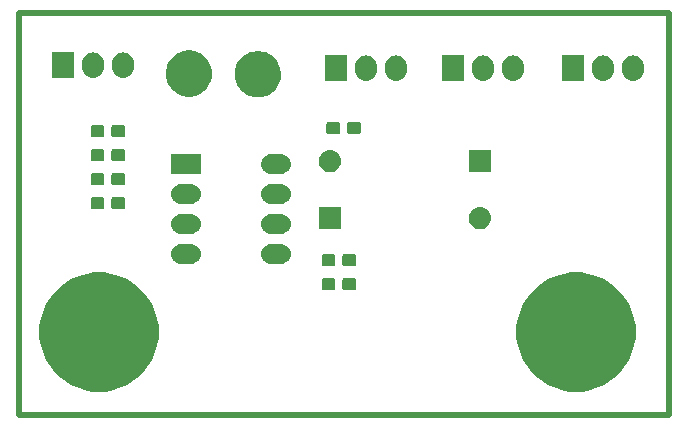
<source format=gbr>
%TF.GenerationSoftware,KiCad,Pcbnew,5.0.2-bee76a0~70~ubuntu18.04.1*%
%TF.CreationDate,2019-07-21T13:21:52-06:00*%
%TF.ProjectId,MX+ Distortion Pedal,4d582b20-4469-4737-946f-7274696f6e20,rev?*%
%TF.SameCoordinates,Original*%
%TF.FileFunction,Soldermask,Top*%
%TF.FilePolarity,Negative*%
%FSLAX46Y46*%
G04 Gerber Fmt 4.6, Leading zero omitted, Abs format (unit mm)*
G04 Created by KiCad (PCBNEW 5.0.2-bee76a0~70~ubuntu18.04.1) date Sun 21 Jul 2019 01:21:52 PM MDT*
%MOMM*%
%LPD*%
G01*
G04 APERTURE LIST*
%ADD10C,0.500000*%
%ADD11C,0.100000*%
G04 APERTURE END LIST*
D10*
X40000000Y-70000000D02*
X95000000Y-70000000D01*
X95000000Y-36000000D02*
X95000000Y-70000000D01*
X40000000Y-36000000D02*
X40000000Y-70000000D01*
X40000000Y-36000000D02*
X95000000Y-36000000D01*
D11*
G36*
X88107401Y-58038054D02*
X88595322Y-58135107D01*
X89514546Y-58515862D01*
X90341825Y-59068632D01*
X91045368Y-59772175D01*
X91598138Y-60599454D01*
X91978893Y-61518678D01*
X92173000Y-62494520D01*
X92173000Y-63489480D01*
X91978893Y-64465322D01*
X91598138Y-65384546D01*
X91045368Y-66211825D01*
X90341825Y-66915368D01*
X89514546Y-67468138D01*
X88595322Y-67848893D01*
X88107401Y-67945947D01*
X87619481Y-68043000D01*
X86624519Y-68043000D01*
X86136599Y-67945947D01*
X85648678Y-67848893D01*
X84729454Y-67468138D01*
X83902175Y-66915368D01*
X83198632Y-66211825D01*
X82645862Y-65384546D01*
X82265107Y-64465322D01*
X82071000Y-63489480D01*
X82071000Y-62494520D01*
X82265107Y-61518678D01*
X82645862Y-60599454D01*
X83198632Y-59772175D01*
X83902175Y-59068632D01*
X84729454Y-58515862D01*
X85648678Y-58135107D01*
X86136599Y-58038054D01*
X86624519Y-57941000D01*
X87619481Y-57941000D01*
X88107401Y-58038054D01*
X88107401Y-58038054D01*
G37*
G36*
X47721401Y-58038054D02*
X48209322Y-58135107D01*
X49128546Y-58515862D01*
X49955825Y-59068632D01*
X50659368Y-59772175D01*
X51212138Y-60599454D01*
X51592893Y-61518678D01*
X51787000Y-62494520D01*
X51787000Y-63489480D01*
X51592893Y-64465322D01*
X51212138Y-65384546D01*
X50659368Y-66211825D01*
X49955825Y-66915368D01*
X49128546Y-67468138D01*
X48209322Y-67848893D01*
X47721401Y-67945947D01*
X47233481Y-68043000D01*
X46238519Y-68043000D01*
X45750599Y-67945947D01*
X45262678Y-67848893D01*
X44343454Y-67468138D01*
X43516175Y-66915368D01*
X42812632Y-66211825D01*
X42259862Y-65384546D01*
X41879107Y-64465322D01*
X41685000Y-63489480D01*
X41685000Y-62494520D01*
X41879107Y-61518678D01*
X42259862Y-60599454D01*
X42812632Y-59772175D01*
X43516175Y-59068632D01*
X44343454Y-58515862D01*
X45262678Y-58135107D01*
X45750599Y-58038054D01*
X46238519Y-57941000D01*
X47233481Y-57941000D01*
X47721401Y-58038054D01*
X47721401Y-58038054D01*
G37*
G36*
X68345499Y-58406445D02*
X68382993Y-58417819D01*
X68417557Y-58436294D01*
X68447847Y-58461153D01*
X68472706Y-58491443D01*
X68491181Y-58526007D01*
X68502555Y-58563501D01*
X68507000Y-58608638D01*
X68507000Y-59247362D01*
X68502555Y-59292499D01*
X68491181Y-59329993D01*
X68472706Y-59364557D01*
X68447847Y-59394847D01*
X68417557Y-59419706D01*
X68382993Y-59438181D01*
X68345499Y-59449555D01*
X68300362Y-59454000D01*
X67561638Y-59454000D01*
X67516501Y-59449555D01*
X67479007Y-59438181D01*
X67444443Y-59419706D01*
X67414153Y-59394847D01*
X67389294Y-59364557D01*
X67370819Y-59329993D01*
X67359445Y-59292499D01*
X67355000Y-59247362D01*
X67355000Y-58608638D01*
X67359445Y-58563501D01*
X67370819Y-58526007D01*
X67389294Y-58491443D01*
X67414153Y-58461153D01*
X67444443Y-58436294D01*
X67479007Y-58417819D01*
X67516501Y-58406445D01*
X67561638Y-58402000D01*
X68300362Y-58402000D01*
X68345499Y-58406445D01*
X68345499Y-58406445D01*
G37*
G36*
X66595499Y-58406445D02*
X66632993Y-58417819D01*
X66667557Y-58436294D01*
X66697847Y-58461153D01*
X66722706Y-58491443D01*
X66741181Y-58526007D01*
X66752555Y-58563501D01*
X66757000Y-58608638D01*
X66757000Y-59247362D01*
X66752555Y-59292499D01*
X66741181Y-59329993D01*
X66722706Y-59364557D01*
X66697847Y-59394847D01*
X66667557Y-59419706D01*
X66632993Y-59438181D01*
X66595499Y-59449555D01*
X66550362Y-59454000D01*
X65811638Y-59454000D01*
X65766501Y-59449555D01*
X65729007Y-59438181D01*
X65694443Y-59419706D01*
X65664153Y-59394847D01*
X65639294Y-59364557D01*
X65620819Y-59329993D01*
X65609445Y-59292499D01*
X65605000Y-59247362D01*
X65605000Y-58608638D01*
X65609445Y-58563501D01*
X65620819Y-58526007D01*
X65639294Y-58491443D01*
X65664153Y-58461153D01*
X65694443Y-58436294D01*
X65729007Y-58417819D01*
X65766501Y-58406445D01*
X65811638Y-58402000D01*
X66550362Y-58402000D01*
X66595499Y-58406445D01*
X66595499Y-58406445D01*
G37*
G36*
X68345499Y-56374445D02*
X68382993Y-56385819D01*
X68417557Y-56404294D01*
X68447847Y-56429153D01*
X68472706Y-56459443D01*
X68491181Y-56494007D01*
X68502555Y-56531501D01*
X68507000Y-56576638D01*
X68507000Y-57215362D01*
X68502555Y-57260499D01*
X68491181Y-57297993D01*
X68472706Y-57332557D01*
X68447847Y-57362847D01*
X68417557Y-57387706D01*
X68382993Y-57406181D01*
X68345499Y-57417555D01*
X68300362Y-57422000D01*
X67561638Y-57422000D01*
X67516501Y-57417555D01*
X67479007Y-57406181D01*
X67444443Y-57387706D01*
X67414153Y-57362847D01*
X67389294Y-57332557D01*
X67370819Y-57297993D01*
X67359445Y-57260499D01*
X67355000Y-57215362D01*
X67355000Y-56576638D01*
X67359445Y-56531501D01*
X67370819Y-56494007D01*
X67389294Y-56459443D01*
X67414153Y-56429153D01*
X67444443Y-56404294D01*
X67479007Y-56385819D01*
X67516501Y-56374445D01*
X67561638Y-56370000D01*
X68300362Y-56370000D01*
X68345499Y-56374445D01*
X68345499Y-56374445D01*
G37*
G36*
X66595499Y-56374445D02*
X66632993Y-56385819D01*
X66667557Y-56404294D01*
X66697847Y-56429153D01*
X66722706Y-56459443D01*
X66741181Y-56494007D01*
X66752555Y-56531501D01*
X66757000Y-56576638D01*
X66757000Y-57215362D01*
X66752555Y-57260499D01*
X66741181Y-57297993D01*
X66722706Y-57332557D01*
X66697847Y-57362847D01*
X66667557Y-57387706D01*
X66632993Y-57406181D01*
X66595499Y-57417555D01*
X66550362Y-57422000D01*
X65811638Y-57422000D01*
X65766501Y-57417555D01*
X65729007Y-57406181D01*
X65694443Y-57387706D01*
X65664153Y-57362847D01*
X65639294Y-57332557D01*
X65620819Y-57297993D01*
X65609445Y-57260499D01*
X65605000Y-57215362D01*
X65605000Y-56576638D01*
X65609445Y-56531501D01*
X65620819Y-56494007D01*
X65639294Y-56459443D01*
X65664153Y-56429153D01*
X65694443Y-56404294D01*
X65729007Y-56385819D01*
X65766501Y-56374445D01*
X65811638Y-56370000D01*
X66550362Y-56370000D01*
X66595499Y-56374445D01*
X66595499Y-56374445D01*
G37*
G36*
X54668821Y-55549313D02*
X54668824Y-55549314D01*
X54668825Y-55549314D01*
X54829239Y-55597975D01*
X54829241Y-55597976D01*
X54829244Y-55597977D01*
X54977078Y-55676995D01*
X55106659Y-55783341D01*
X55213005Y-55912922D01*
X55292023Y-56060756D01*
X55340687Y-56221179D01*
X55357117Y-56388000D01*
X55340687Y-56554821D01*
X55292023Y-56715244D01*
X55213005Y-56863078D01*
X55106659Y-56992659D01*
X54977078Y-57099005D01*
X54829244Y-57178023D01*
X54829241Y-57178024D01*
X54829239Y-57178025D01*
X54668825Y-57226686D01*
X54668824Y-57226686D01*
X54668821Y-57226687D01*
X54543804Y-57239000D01*
X53660196Y-57239000D01*
X53535179Y-57226687D01*
X53535176Y-57226686D01*
X53535175Y-57226686D01*
X53374761Y-57178025D01*
X53374759Y-57178024D01*
X53374756Y-57178023D01*
X53226922Y-57099005D01*
X53097341Y-56992659D01*
X52990995Y-56863078D01*
X52911977Y-56715244D01*
X52863313Y-56554821D01*
X52846883Y-56388000D01*
X52863313Y-56221179D01*
X52911977Y-56060756D01*
X52990995Y-55912922D01*
X53097341Y-55783341D01*
X53226922Y-55676995D01*
X53374756Y-55597977D01*
X53374759Y-55597976D01*
X53374761Y-55597975D01*
X53535175Y-55549314D01*
X53535176Y-55549314D01*
X53535179Y-55549313D01*
X53660196Y-55537000D01*
X54543804Y-55537000D01*
X54668821Y-55549313D01*
X54668821Y-55549313D01*
G37*
G36*
X62288821Y-55549313D02*
X62288824Y-55549314D01*
X62288825Y-55549314D01*
X62449239Y-55597975D01*
X62449241Y-55597976D01*
X62449244Y-55597977D01*
X62597078Y-55676995D01*
X62726659Y-55783341D01*
X62833005Y-55912922D01*
X62912023Y-56060756D01*
X62960687Y-56221179D01*
X62977117Y-56388000D01*
X62960687Y-56554821D01*
X62912023Y-56715244D01*
X62833005Y-56863078D01*
X62726659Y-56992659D01*
X62597078Y-57099005D01*
X62449244Y-57178023D01*
X62449241Y-57178024D01*
X62449239Y-57178025D01*
X62288825Y-57226686D01*
X62288824Y-57226686D01*
X62288821Y-57226687D01*
X62163804Y-57239000D01*
X61280196Y-57239000D01*
X61155179Y-57226687D01*
X61155176Y-57226686D01*
X61155175Y-57226686D01*
X60994761Y-57178025D01*
X60994759Y-57178024D01*
X60994756Y-57178023D01*
X60846922Y-57099005D01*
X60717341Y-56992659D01*
X60610995Y-56863078D01*
X60531977Y-56715244D01*
X60483313Y-56554821D01*
X60466883Y-56388000D01*
X60483313Y-56221179D01*
X60531977Y-56060756D01*
X60610995Y-55912922D01*
X60717341Y-55783341D01*
X60846922Y-55676995D01*
X60994756Y-55597977D01*
X60994759Y-55597976D01*
X60994761Y-55597975D01*
X61155175Y-55549314D01*
X61155176Y-55549314D01*
X61155179Y-55549313D01*
X61280196Y-55537000D01*
X62163804Y-55537000D01*
X62288821Y-55549313D01*
X62288821Y-55549313D01*
G37*
G36*
X62288821Y-53009313D02*
X62288824Y-53009314D01*
X62288825Y-53009314D01*
X62449239Y-53057975D01*
X62449241Y-53057976D01*
X62449244Y-53057977D01*
X62597078Y-53136995D01*
X62726659Y-53243341D01*
X62833005Y-53372922D01*
X62912023Y-53520756D01*
X62960687Y-53681179D01*
X62977117Y-53848000D01*
X62960687Y-54014821D01*
X62912023Y-54175244D01*
X62833005Y-54323078D01*
X62726659Y-54452659D01*
X62597078Y-54559005D01*
X62449244Y-54638023D01*
X62449241Y-54638024D01*
X62449239Y-54638025D01*
X62288825Y-54686686D01*
X62288824Y-54686686D01*
X62288821Y-54686687D01*
X62163804Y-54699000D01*
X61280196Y-54699000D01*
X61155179Y-54686687D01*
X61155176Y-54686686D01*
X61155175Y-54686686D01*
X60994761Y-54638025D01*
X60994759Y-54638024D01*
X60994756Y-54638023D01*
X60846922Y-54559005D01*
X60717341Y-54452659D01*
X60610995Y-54323078D01*
X60531977Y-54175244D01*
X60483313Y-54014821D01*
X60466883Y-53848000D01*
X60483313Y-53681179D01*
X60531977Y-53520756D01*
X60610995Y-53372922D01*
X60717341Y-53243341D01*
X60846922Y-53136995D01*
X60994756Y-53057977D01*
X60994759Y-53057976D01*
X60994761Y-53057975D01*
X61155175Y-53009314D01*
X61155176Y-53009314D01*
X61155179Y-53009313D01*
X61280196Y-52997000D01*
X62163804Y-52997000D01*
X62288821Y-53009313D01*
X62288821Y-53009313D01*
G37*
G36*
X54668821Y-53009313D02*
X54668824Y-53009314D01*
X54668825Y-53009314D01*
X54829239Y-53057975D01*
X54829241Y-53057976D01*
X54829244Y-53057977D01*
X54977078Y-53136995D01*
X55106659Y-53243341D01*
X55213005Y-53372922D01*
X55292023Y-53520756D01*
X55340687Y-53681179D01*
X55357117Y-53848000D01*
X55340687Y-54014821D01*
X55292023Y-54175244D01*
X55213005Y-54323078D01*
X55106659Y-54452659D01*
X54977078Y-54559005D01*
X54829244Y-54638023D01*
X54829241Y-54638024D01*
X54829239Y-54638025D01*
X54668825Y-54686686D01*
X54668824Y-54686686D01*
X54668821Y-54686687D01*
X54543804Y-54699000D01*
X53660196Y-54699000D01*
X53535179Y-54686687D01*
X53535176Y-54686686D01*
X53535175Y-54686686D01*
X53374761Y-54638025D01*
X53374759Y-54638024D01*
X53374756Y-54638023D01*
X53226922Y-54559005D01*
X53097341Y-54452659D01*
X52990995Y-54323078D01*
X52911977Y-54175244D01*
X52863313Y-54014821D01*
X52846883Y-53848000D01*
X52863313Y-53681179D01*
X52911977Y-53520756D01*
X52990995Y-53372922D01*
X53097341Y-53243341D01*
X53226922Y-53136995D01*
X53374756Y-53057977D01*
X53374759Y-53057976D01*
X53374761Y-53057975D01*
X53535175Y-53009314D01*
X53535176Y-53009314D01*
X53535179Y-53009313D01*
X53660196Y-52997000D01*
X54543804Y-52997000D01*
X54668821Y-53009313D01*
X54668821Y-53009313D01*
G37*
G36*
X79180425Y-52402760D02*
X79180428Y-52402761D01*
X79180429Y-52402761D01*
X79359693Y-52457140D01*
X79359695Y-52457141D01*
X79524905Y-52545448D01*
X79669712Y-52664288D01*
X79788552Y-52809095D01*
X79788553Y-52809097D01*
X79876860Y-52974307D01*
X79887479Y-53009313D01*
X79931240Y-53153575D01*
X79949601Y-53340000D01*
X79931240Y-53526425D01*
X79876859Y-53705695D01*
X79788552Y-53870905D01*
X79669712Y-54015712D01*
X79524905Y-54134552D01*
X79524903Y-54134553D01*
X79359693Y-54222860D01*
X79180429Y-54277239D01*
X79180428Y-54277239D01*
X79180425Y-54277240D01*
X79040718Y-54291000D01*
X78947282Y-54291000D01*
X78807575Y-54277240D01*
X78807572Y-54277239D01*
X78807571Y-54277239D01*
X78628307Y-54222860D01*
X78463097Y-54134553D01*
X78463095Y-54134552D01*
X78318288Y-54015712D01*
X78199448Y-53870905D01*
X78111141Y-53705695D01*
X78056760Y-53526425D01*
X78038399Y-53340000D01*
X78056760Y-53153575D01*
X78100521Y-53009313D01*
X78111140Y-52974307D01*
X78199447Y-52809097D01*
X78199448Y-52809095D01*
X78318288Y-52664288D01*
X78463095Y-52545448D01*
X78628305Y-52457141D01*
X78628307Y-52457140D01*
X78807571Y-52402761D01*
X78807572Y-52402761D01*
X78807575Y-52402760D01*
X78947282Y-52389000D01*
X79040718Y-52389000D01*
X79180425Y-52402760D01*
X79180425Y-52402760D01*
G37*
G36*
X67245000Y-54291000D02*
X65343000Y-54291000D01*
X65343000Y-52389000D01*
X67245000Y-52389000D01*
X67245000Y-54291000D01*
X67245000Y-54291000D01*
G37*
G36*
X48787499Y-51548445D02*
X48824993Y-51559819D01*
X48859557Y-51578294D01*
X48889847Y-51603153D01*
X48914706Y-51633443D01*
X48933181Y-51668007D01*
X48944555Y-51705501D01*
X48949000Y-51750638D01*
X48949000Y-52389362D01*
X48944555Y-52434499D01*
X48933181Y-52471993D01*
X48914706Y-52506557D01*
X48889847Y-52536847D01*
X48859557Y-52561706D01*
X48824993Y-52580181D01*
X48787499Y-52591555D01*
X48742362Y-52596000D01*
X48003638Y-52596000D01*
X47958501Y-52591555D01*
X47921007Y-52580181D01*
X47886443Y-52561706D01*
X47856153Y-52536847D01*
X47831294Y-52506557D01*
X47812819Y-52471993D01*
X47801445Y-52434499D01*
X47797000Y-52389362D01*
X47797000Y-51750638D01*
X47801445Y-51705501D01*
X47812819Y-51668007D01*
X47831294Y-51633443D01*
X47856153Y-51603153D01*
X47886443Y-51578294D01*
X47921007Y-51559819D01*
X47958501Y-51548445D01*
X48003638Y-51544000D01*
X48742362Y-51544000D01*
X48787499Y-51548445D01*
X48787499Y-51548445D01*
G37*
G36*
X47037499Y-51548445D02*
X47074993Y-51559819D01*
X47109557Y-51578294D01*
X47139847Y-51603153D01*
X47164706Y-51633443D01*
X47183181Y-51668007D01*
X47194555Y-51705501D01*
X47199000Y-51750638D01*
X47199000Y-52389362D01*
X47194555Y-52434499D01*
X47183181Y-52471993D01*
X47164706Y-52506557D01*
X47139847Y-52536847D01*
X47109557Y-52561706D01*
X47074993Y-52580181D01*
X47037499Y-52591555D01*
X46992362Y-52596000D01*
X46253638Y-52596000D01*
X46208501Y-52591555D01*
X46171007Y-52580181D01*
X46136443Y-52561706D01*
X46106153Y-52536847D01*
X46081294Y-52506557D01*
X46062819Y-52471993D01*
X46051445Y-52434499D01*
X46047000Y-52389362D01*
X46047000Y-51750638D01*
X46051445Y-51705501D01*
X46062819Y-51668007D01*
X46081294Y-51633443D01*
X46106153Y-51603153D01*
X46136443Y-51578294D01*
X46171007Y-51559819D01*
X46208501Y-51548445D01*
X46253638Y-51544000D01*
X46992362Y-51544000D01*
X47037499Y-51548445D01*
X47037499Y-51548445D01*
G37*
G36*
X54668821Y-50469313D02*
X54668824Y-50469314D01*
X54668825Y-50469314D01*
X54829239Y-50517975D01*
X54829241Y-50517976D01*
X54829244Y-50517977D01*
X54977078Y-50596995D01*
X55106659Y-50703341D01*
X55213005Y-50832922D01*
X55292023Y-50980756D01*
X55340687Y-51141179D01*
X55357117Y-51308000D01*
X55340687Y-51474821D01*
X55340686Y-51474824D01*
X55340686Y-51474825D01*
X55292570Y-51633443D01*
X55292023Y-51635244D01*
X55213005Y-51783078D01*
X55106659Y-51912659D01*
X54977078Y-52019005D01*
X54829244Y-52098023D01*
X54829241Y-52098024D01*
X54829239Y-52098025D01*
X54668825Y-52146686D01*
X54668824Y-52146686D01*
X54668821Y-52146687D01*
X54543804Y-52159000D01*
X53660196Y-52159000D01*
X53535179Y-52146687D01*
X53535176Y-52146686D01*
X53535175Y-52146686D01*
X53374761Y-52098025D01*
X53374759Y-52098024D01*
X53374756Y-52098023D01*
X53226922Y-52019005D01*
X53097341Y-51912659D01*
X52990995Y-51783078D01*
X52911977Y-51635244D01*
X52911431Y-51633443D01*
X52863314Y-51474825D01*
X52863314Y-51474824D01*
X52863313Y-51474821D01*
X52846883Y-51308000D01*
X52863313Y-51141179D01*
X52911977Y-50980756D01*
X52990995Y-50832922D01*
X53097341Y-50703341D01*
X53226922Y-50596995D01*
X53374756Y-50517977D01*
X53374759Y-50517976D01*
X53374761Y-50517975D01*
X53535175Y-50469314D01*
X53535176Y-50469314D01*
X53535179Y-50469313D01*
X53660196Y-50457000D01*
X54543804Y-50457000D01*
X54668821Y-50469313D01*
X54668821Y-50469313D01*
G37*
G36*
X62288821Y-50469313D02*
X62288824Y-50469314D01*
X62288825Y-50469314D01*
X62449239Y-50517975D01*
X62449241Y-50517976D01*
X62449244Y-50517977D01*
X62597078Y-50596995D01*
X62726659Y-50703341D01*
X62833005Y-50832922D01*
X62912023Y-50980756D01*
X62960687Y-51141179D01*
X62977117Y-51308000D01*
X62960687Y-51474821D01*
X62960686Y-51474824D01*
X62960686Y-51474825D01*
X62912570Y-51633443D01*
X62912023Y-51635244D01*
X62833005Y-51783078D01*
X62726659Y-51912659D01*
X62597078Y-52019005D01*
X62449244Y-52098023D01*
X62449241Y-52098024D01*
X62449239Y-52098025D01*
X62288825Y-52146686D01*
X62288824Y-52146686D01*
X62288821Y-52146687D01*
X62163804Y-52159000D01*
X61280196Y-52159000D01*
X61155179Y-52146687D01*
X61155176Y-52146686D01*
X61155175Y-52146686D01*
X60994761Y-52098025D01*
X60994759Y-52098024D01*
X60994756Y-52098023D01*
X60846922Y-52019005D01*
X60717341Y-51912659D01*
X60610995Y-51783078D01*
X60531977Y-51635244D01*
X60531431Y-51633443D01*
X60483314Y-51474825D01*
X60483314Y-51474824D01*
X60483313Y-51474821D01*
X60466883Y-51308000D01*
X60483313Y-51141179D01*
X60531977Y-50980756D01*
X60610995Y-50832922D01*
X60717341Y-50703341D01*
X60846922Y-50596995D01*
X60994756Y-50517977D01*
X60994759Y-50517976D01*
X60994761Y-50517975D01*
X61155175Y-50469314D01*
X61155176Y-50469314D01*
X61155179Y-50469313D01*
X61280196Y-50457000D01*
X62163804Y-50457000D01*
X62288821Y-50469313D01*
X62288821Y-50469313D01*
G37*
G36*
X47037499Y-49516445D02*
X47074993Y-49527819D01*
X47109557Y-49546294D01*
X47139847Y-49571153D01*
X47164706Y-49601443D01*
X47183181Y-49636007D01*
X47194555Y-49673501D01*
X47199000Y-49718638D01*
X47199000Y-50357362D01*
X47194555Y-50402499D01*
X47183181Y-50439993D01*
X47164706Y-50474557D01*
X47139847Y-50504847D01*
X47109557Y-50529706D01*
X47074993Y-50548181D01*
X47037499Y-50559555D01*
X46992362Y-50564000D01*
X46253638Y-50564000D01*
X46208501Y-50559555D01*
X46171007Y-50548181D01*
X46136443Y-50529706D01*
X46106153Y-50504847D01*
X46081294Y-50474557D01*
X46062819Y-50439993D01*
X46051445Y-50402499D01*
X46047000Y-50357362D01*
X46047000Y-49718638D01*
X46051445Y-49673501D01*
X46062819Y-49636007D01*
X46081294Y-49601443D01*
X46106153Y-49571153D01*
X46136443Y-49546294D01*
X46171007Y-49527819D01*
X46208501Y-49516445D01*
X46253638Y-49512000D01*
X46992362Y-49512000D01*
X47037499Y-49516445D01*
X47037499Y-49516445D01*
G37*
G36*
X48787499Y-49516445D02*
X48824993Y-49527819D01*
X48859557Y-49546294D01*
X48889847Y-49571153D01*
X48914706Y-49601443D01*
X48933181Y-49636007D01*
X48944555Y-49673501D01*
X48949000Y-49718638D01*
X48949000Y-50357362D01*
X48944555Y-50402499D01*
X48933181Y-50439993D01*
X48914706Y-50474557D01*
X48889847Y-50504847D01*
X48859557Y-50529706D01*
X48824993Y-50548181D01*
X48787499Y-50559555D01*
X48742362Y-50564000D01*
X48003638Y-50564000D01*
X47958501Y-50559555D01*
X47921007Y-50548181D01*
X47886443Y-50529706D01*
X47856153Y-50504847D01*
X47831294Y-50474557D01*
X47812819Y-50439993D01*
X47801445Y-50402499D01*
X47797000Y-50357362D01*
X47797000Y-49718638D01*
X47801445Y-49673501D01*
X47812819Y-49636007D01*
X47831294Y-49601443D01*
X47856153Y-49571153D01*
X47886443Y-49546294D01*
X47921007Y-49527819D01*
X47958501Y-49516445D01*
X48003638Y-49512000D01*
X48742362Y-49512000D01*
X48787499Y-49516445D01*
X48787499Y-49516445D01*
G37*
G36*
X55353000Y-49619000D02*
X52851000Y-49619000D01*
X52851000Y-47917000D01*
X55353000Y-47917000D01*
X55353000Y-49619000D01*
X55353000Y-49619000D01*
G37*
G36*
X62288821Y-47929313D02*
X62288824Y-47929314D01*
X62288825Y-47929314D01*
X62449239Y-47977975D01*
X62449241Y-47977976D01*
X62449244Y-47977977D01*
X62597078Y-48056995D01*
X62726659Y-48163341D01*
X62833005Y-48292922D01*
X62912023Y-48440756D01*
X62912024Y-48440759D01*
X62912025Y-48440761D01*
X62939702Y-48532000D01*
X62960687Y-48601179D01*
X62977117Y-48768000D01*
X62960687Y-48934821D01*
X62960686Y-48934824D01*
X62960686Y-48934825D01*
X62927294Y-49044905D01*
X62912023Y-49095244D01*
X62833005Y-49243078D01*
X62726659Y-49372659D01*
X62597078Y-49479005D01*
X62449244Y-49558023D01*
X62449241Y-49558024D01*
X62449239Y-49558025D01*
X62288825Y-49606686D01*
X62288824Y-49606686D01*
X62288821Y-49606687D01*
X62163804Y-49619000D01*
X61280196Y-49619000D01*
X61155179Y-49606687D01*
X61155176Y-49606686D01*
X61155175Y-49606686D01*
X60994761Y-49558025D01*
X60994759Y-49558024D01*
X60994756Y-49558023D01*
X60846922Y-49479005D01*
X60717341Y-49372659D01*
X60610995Y-49243078D01*
X60531977Y-49095244D01*
X60516707Y-49044905D01*
X60483314Y-48934825D01*
X60483314Y-48934824D01*
X60483313Y-48934821D01*
X60466883Y-48768000D01*
X60483313Y-48601179D01*
X60504298Y-48532000D01*
X60531975Y-48440761D01*
X60531976Y-48440759D01*
X60531977Y-48440756D01*
X60610995Y-48292922D01*
X60717341Y-48163341D01*
X60846922Y-48056995D01*
X60994756Y-47977977D01*
X60994759Y-47977976D01*
X60994761Y-47977975D01*
X61155175Y-47929314D01*
X61155176Y-47929314D01*
X61155179Y-47929313D01*
X61280196Y-47917000D01*
X62163804Y-47917000D01*
X62288821Y-47929313D01*
X62288821Y-47929313D01*
G37*
G36*
X79945000Y-49465000D02*
X78043000Y-49465000D01*
X78043000Y-47563000D01*
X79945000Y-47563000D01*
X79945000Y-49465000D01*
X79945000Y-49465000D01*
G37*
G36*
X66480425Y-47576760D02*
X66480428Y-47576761D01*
X66480429Y-47576761D01*
X66659693Y-47631140D01*
X66659695Y-47631141D01*
X66824905Y-47719448D01*
X66969712Y-47838288D01*
X67088552Y-47983095D01*
X67128053Y-48056996D01*
X67176860Y-48148307D01*
X67220728Y-48292922D01*
X67231240Y-48327575D01*
X67249601Y-48514000D01*
X67231240Y-48700425D01*
X67231239Y-48700428D01*
X67231239Y-48700429D01*
X67210742Y-48768000D01*
X67176859Y-48879695D01*
X67088552Y-49044905D01*
X66969712Y-49189712D01*
X66824905Y-49308552D01*
X66824903Y-49308553D01*
X66659693Y-49396860D01*
X66480429Y-49451239D01*
X66480428Y-49451239D01*
X66480425Y-49451240D01*
X66340718Y-49465000D01*
X66247282Y-49465000D01*
X66107575Y-49451240D01*
X66107572Y-49451239D01*
X66107571Y-49451239D01*
X65928307Y-49396860D01*
X65763097Y-49308553D01*
X65763095Y-49308552D01*
X65618288Y-49189712D01*
X65499448Y-49044905D01*
X65411141Y-48879695D01*
X65377259Y-48768000D01*
X65356761Y-48700429D01*
X65356761Y-48700428D01*
X65356760Y-48700425D01*
X65338399Y-48514000D01*
X65356760Y-48327575D01*
X65367272Y-48292922D01*
X65411140Y-48148307D01*
X65459947Y-48056996D01*
X65499448Y-47983095D01*
X65618288Y-47838288D01*
X65763095Y-47719448D01*
X65928305Y-47631141D01*
X65928307Y-47631140D01*
X66107571Y-47576761D01*
X66107572Y-47576761D01*
X66107575Y-47576760D01*
X66247282Y-47563000D01*
X66340718Y-47563000D01*
X66480425Y-47576760D01*
X66480425Y-47576760D01*
G37*
G36*
X48787499Y-47484445D02*
X48824993Y-47495819D01*
X48859557Y-47514294D01*
X48889847Y-47539153D01*
X48914706Y-47569443D01*
X48933181Y-47604007D01*
X48944555Y-47641501D01*
X48949000Y-47686638D01*
X48949000Y-48325362D01*
X48944555Y-48370499D01*
X48933181Y-48407993D01*
X48914706Y-48442557D01*
X48889847Y-48472847D01*
X48859557Y-48497706D01*
X48824993Y-48516181D01*
X48787499Y-48527555D01*
X48742362Y-48532000D01*
X48003638Y-48532000D01*
X47958501Y-48527555D01*
X47921007Y-48516181D01*
X47886443Y-48497706D01*
X47856153Y-48472847D01*
X47831294Y-48442557D01*
X47812819Y-48407993D01*
X47801445Y-48370499D01*
X47797000Y-48325362D01*
X47797000Y-47686638D01*
X47801445Y-47641501D01*
X47812819Y-47604007D01*
X47831294Y-47569443D01*
X47856153Y-47539153D01*
X47886443Y-47514294D01*
X47921007Y-47495819D01*
X47958501Y-47484445D01*
X48003638Y-47480000D01*
X48742362Y-47480000D01*
X48787499Y-47484445D01*
X48787499Y-47484445D01*
G37*
G36*
X47037499Y-47484445D02*
X47074993Y-47495819D01*
X47109557Y-47514294D01*
X47139847Y-47539153D01*
X47164706Y-47569443D01*
X47183181Y-47604007D01*
X47194555Y-47641501D01*
X47199000Y-47686638D01*
X47199000Y-48325362D01*
X47194555Y-48370499D01*
X47183181Y-48407993D01*
X47164706Y-48442557D01*
X47139847Y-48472847D01*
X47109557Y-48497706D01*
X47074993Y-48516181D01*
X47037499Y-48527555D01*
X46992362Y-48532000D01*
X46253638Y-48532000D01*
X46208501Y-48527555D01*
X46171007Y-48516181D01*
X46136443Y-48497706D01*
X46106153Y-48472847D01*
X46081294Y-48442557D01*
X46062819Y-48407993D01*
X46051445Y-48370499D01*
X46047000Y-48325362D01*
X46047000Y-47686638D01*
X46051445Y-47641501D01*
X46062819Y-47604007D01*
X46081294Y-47569443D01*
X46106153Y-47539153D01*
X46136443Y-47514294D01*
X46171007Y-47495819D01*
X46208501Y-47484445D01*
X46253638Y-47480000D01*
X46992362Y-47480000D01*
X47037499Y-47484445D01*
X47037499Y-47484445D01*
G37*
G36*
X48787499Y-45452445D02*
X48824993Y-45463819D01*
X48859557Y-45482294D01*
X48889847Y-45507153D01*
X48914706Y-45537443D01*
X48933181Y-45572007D01*
X48944555Y-45609501D01*
X48949000Y-45654638D01*
X48949000Y-46293362D01*
X48944555Y-46338499D01*
X48933181Y-46375993D01*
X48914706Y-46410557D01*
X48889847Y-46440847D01*
X48859557Y-46465706D01*
X48824993Y-46484181D01*
X48787499Y-46495555D01*
X48742362Y-46500000D01*
X48003638Y-46500000D01*
X47958501Y-46495555D01*
X47921007Y-46484181D01*
X47886443Y-46465706D01*
X47856153Y-46440847D01*
X47831294Y-46410557D01*
X47812819Y-46375993D01*
X47801445Y-46338499D01*
X47797000Y-46293362D01*
X47797000Y-45654638D01*
X47801445Y-45609501D01*
X47812819Y-45572007D01*
X47831294Y-45537443D01*
X47856153Y-45507153D01*
X47886443Y-45482294D01*
X47921007Y-45463819D01*
X47958501Y-45452445D01*
X48003638Y-45448000D01*
X48742362Y-45448000D01*
X48787499Y-45452445D01*
X48787499Y-45452445D01*
G37*
G36*
X47037499Y-45452445D02*
X47074993Y-45463819D01*
X47109557Y-45482294D01*
X47139847Y-45507153D01*
X47164706Y-45537443D01*
X47183181Y-45572007D01*
X47194555Y-45609501D01*
X47199000Y-45654638D01*
X47199000Y-46293362D01*
X47194555Y-46338499D01*
X47183181Y-46375993D01*
X47164706Y-46410557D01*
X47139847Y-46440847D01*
X47109557Y-46465706D01*
X47074993Y-46484181D01*
X47037499Y-46495555D01*
X46992362Y-46500000D01*
X46253638Y-46500000D01*
X46208501Y-46495555D01*
X46171007Y-46484181D01*
X46136443Y-46465706D01*
X46106153Y-46440847D01*
X46081294Y-46410557D01*
X46062819Y-46375993D01*
X46051445Y-46338499D01*
X46047000Y-46293362D01*
X46047000Y-45654638D01*
X46051445Y-45609501D01*
X46062819Y-45572007D01*
X46081294Y-45537443D01*
X46106153Y-45507153D01*
X46136443Y-45482294D01*
X46171007Y-45463819D01*
X46208501Y-45452445D01*
X46253638Y-45448000D01*
X46992362Y-45448000D01*
X47037499Y-45452445D01*
X47037499Y-45452445D01*
G37*
G36*
X66990499Y-45198445D02*
X67027993Y-45209819D01*
X67062557Y-45228294D01*
X67092847Y-45253153D01*
X67117706Y-45283443D01*
X67136181Y-45318007D01*
X67147555Y-45355501D01*
X67152000Y-45400638D01*
X67152000Y-46039362D01*
X67147555Y-46084499D01*
X67136181Y-46121993D01*
X67117706Y-46156557D01*
X67092847Y-46186847D01*
X67062557Y-46211706D01*
X67027993Y-46230181D01*
X66990499Y-46241555D01*
X66945362Y-46246000D01*
X66206638Y-46246000D01*
X66161501Y-46241555D01*
X66124007Y-46230181D01*
X66089443Y-46211706D01*
X66059153Y-46186847D01*
X66034294Y-46156557D01*
X66015819Y-46121993D01*
X66004445Y-46084499D01*
X66000000Y-46039362D01*
X66000000Y-45400638D01*
X66004445Y-45355501D01*
X66015819Y-45318007D01*
X66034294Y-45283443D01*
X66059153Y-45253153D01*
X66089443Y-45228294D01*
X66124007Y-45209819D01*
X66161501Y-45198445D01*
X66206638Y-45194000D01*
X66945362Y-45194000D01*
X66990499Y-45198445D01*
X66990499Y-45198445D01*
G37*
G36*
X68740499Y-45198445D02*
X68777993Y-45209819D01*
X68812557Y-45228294D01*
X68842847Y-45253153D01*
X68867706Y-45283443D01*
X68886181Y-45318007D01*
X68897555Y-45355501D01*
X68902000Y-45400638D01*
X68902000Y-46039362D01*
X68897555Y-46084499D01*
X68886181Y-46121993D01*
X68867706Y-46156557D01*
X68842847Y-46186847D01*
X68812557Y-46211706D01*
X68777993Y-46230181D01*
X68740499Y-46241555D01*
X68695362Y-46246000D01*
X67956638Y-46246000D01*
X67911501Y-46241555D01*
X67874007Y-46230181D01*
X67839443Y-46211706D01*
X67809153Y-46186847D01*
X67784294Y-46156557D01*
X67765819Y-46121993D01*
X67754445Y-46084499D01*
X67750000Y-46039362D01*
X67750000Y-45400638D01*
X67754445Y-45355501D01*
X67765819Y-45318007D01*
X67784294Y-45283443D01*
X67809153Y-45253153D01*
X67839443Y-45228294D01*
X67874007Y-45209819D01*
X67911501Y-45198445D01*
X67956638Y-45194000D01*
X68695362Y-45194000D01*
X68740499Y-45198445D01*
X68740499Y-45198445D01*
G37*
G36*
X60642579Y-39242112D02*
X60768544Y-39267168D01*
X60896091Y-39320000D01*
X61124512Y-39414615D01*
X61444880Y-39628678D01*
X61717322Y-39901120D01*
X61931385Y-40221488D01*
X62017757Y-40430009D01*
X62078832Y-40577456D01*
X62103888Y-40703421D01*
X62154000Y-40955349D01*
X62154000Y-41340651D01*
X62111301Y-41555311D01*
X62080446Y-41710432D01*
X62078832Y-41718543D01*
X61931385Y-42074512D01*
X61717322Y-42394880D01*
X61444880Y-42667322D01*
X61124512Y-42881385D01*
X60915991Y-42967757D01*
X60768544Y-43028832D01*
X60646038Y-43053200D01*
X60390651Y-43104000D01*
X60005349Y-43104000D01*
X59749962Y-43053200D01*
X59627456Y-43028832D01*
X59480009Y-42967757D01*
X59271488Y-42881385D01*
X58951120Y-42667322D01*
X58678678Y-42394880D01*
X58464615Y-42074512D01*
X58317168Y-41718543D01*
X58315555Y-41710432D01*
X58284699Y-41555311D01*
X58242000Y-41340651D01*
X58242000Y-40955349D01*
X58292112Y-40703421D01*
X58317168Y-40577456D01*
X58378243Y-40430009D01*
X58464615Y-40221488D01*
X58678678Y-39901120D01*
X58951120Y-39628678D01*
X59271488Y-39414615D01*
X59499909Y-39320000D01*
X59627456Y-39267168D01*
X59753421Y-39242112D01*
X60005349Y-39192000D01*
X60390651Y-39192000D01*
X60642579Y-39242112D01*
X60642579Y-39242112D01*
G37*
G36*
X54800579Y-39191312D02*
X54926544Y-39216368D01*
X55049185Y-39267168D01*
X55282512Y-39363815D01*
X55602880Y-39577878D01*
X55875322Y-39850320D01*
X56089385Y-40170688D01*
X56175757Y-40379209D01*
X56203013Y-40445009D01*
X56236832Y-40526657D01*
X56312000Y-40904549D01*
X56312000Y-41289851D01*
X56281965Y-41440844D01*
X56236832Y-41667744D01*
X56219150Y-41710431D01*
X56089385Y-42023712D01*
X55875322Y-42344080D01*
X55602880Y-42616522D01*
X55282512Y-42830585D01*
X55073991Y-42916957D01*
X54926544Y-42978032D01*
X54800579Y-43003088D01*
X54548651Y-43053200D01*
X54163349Y-43053200D01*
X53911421Y-43003088D01*
X53785456Y-42978032D01*
X53638009Y-42916957D01*
X53429488Y-42830585D01*
X53109120Y-42616522D01*
X52836678Y-42344080D01*
X52622615Y-42023712D01*
X52492850Y-41710431D01*
X52475168Y-41667744D01*
X52430035Y-41440844D01*
X52400000Y-41289851D01*
X52400000Y-40904549D01*
X52475168Y-40526657D01*
X52508988Y-40445009D01*
X52536243Y-40379209D01*
X52622615Y-40170688D01*
X52836678Y-39850320D01*
X53109120Y-39577878D01*
X53429488Y-39363815D01*
X53662815Y-39267168D01*
X53785456Y-39216368D01*
X53911421Y-39191312D01*
X54163349Y-39141200D01*
X54548651Y-39141200D01*
X54800579Y-39191312D01*
X54800579Y-39191312D01*
G37*
G36*
X79398017Y-39584344D02*
X79427568Y-39587254D01*
X79564116Y-39628676D01*
X79600233Y-39639632D01*
X79759364Y-39724689D01*
X79898844Y-39839156D01*
X80013311Y-39978635D01*
X80098368Y-40137766D01*
X80123765Y-40221488D01*
X80150746Y-40310431D01*
X80150746Y-40310433D01*
X80164000Y-40445002D01*
X80164000Y-40834997D01*
X80157149Y-40904551D01*
X80150746Y-40969568D01*
X80127146Y-41047365D01*
X80098368Y-41142234D01*
X80013311Y-41301365D01*
X79898844Y-41440844D01*
X79759365Y-41555311D01*
X79600234Y-41640368D01*
X79513901Y-41666557D01*
X79427569Y-41692746D01*
X79398018Y-41695656D01*
X79248000Y-41710432D01*
X79097983Y-41695656D01*
X79068432Y-41692746D01*
X78982100Y-41666557D01*
X78895767Y-41640368D01*
X78736636Y-41555311D01*
X78597157Y-41440844D01*
X78482689Y-41301365D01*
X78397632Y-41142234D01*
X78368853Y-41047364D01*
X78345254Y-40969569D01*
X78341941Y-40935925D01*
X78332000Y-40834998D01*
X78332000Y-40445003D01*
X78345254Y-40310434D01*
X78345254Y-40310432D01*
X78397632Y-40137767D01*
X78482689Y-39978636D01*
X78482690Y-39978635D01*
X78597156Y-39839156D01*
X78736635Y-39724689D01*
X78895766Y-39639632D01*
X78982100Y-39613443D01*
X79068431Y-39587254D01*
X79097982Y-39584344D01*
X79248000Y-39569568D01*
X79398017Y-39584344D01*
X79398017Y-39584344D01*
G37*
G36*
X89558017Y-39584344D02*
X89587568Y-39587254D01*
X89724116Y-39628676D01*
X89760233Y-39639632D01*
X89919364Y-39724689D01*
X90058844Y-39839156D01*
X90173311Y-39978635D01*
X90258368Y-40137766D01*
X90283765Y-40221488D01*
X90310746Y-40310431D01*
X90310746Y-40310433D01*
X90324000Y-40445002D01*
X90324000Y-40834997D01*
X90317149Y-40904551D01*
X90310746Y-40969568D01*
X90287146Y-41047365D01*
X90258368Y-41142234D01*
X90173311Y-41301365D01*
X90058844Y-41440844D01*
X89919365Y-41555311D01*
X89760234Y-41640368D01*
X89673901Y-41666557D01*
X89587569Y-41692746D01*
X89558018Y-41695656D01*
X89408000Y-41710432D01*
X89257983Y-41695656D01*
X89228432Y-41692746D01*
X89142100Y-41666557D01*
X89055767Y-41640368D01*
X88896636Y-41555311D01*
X88757157Y-41440844D01*
X88642689Y-41301365D01*
X88557632Y-41142234D01*
X88528853Y-41047364D01*
X88505254Y-40969569D01*
X88501941Y-40935925D01*
X88492000Y-40834998D01*
X88492000Y-40445003D01*
X88505254Y-40310434D01*
X88505254Y-40310432D01*
X88557632Y-40137767D01*
X88642689Y-39978636D01*
X88642690Y-39978635D01*
X88757156Y-39839156D01*
X88896635Y-39724689D01*
X89055766Y-39639632D01*
X89142100Y-39613443D01*
X89228431Y-39587254D01*
X89257982Y-39584344D01*
X89408000Y-39569568D01*
X89558017Y-39584344D01*
X89558017Y-39584344D01*
G37*
G36*
X92098017Y-39584344D02*
X92127568Y-39587254D01*
X92264116Y-39628676D01*
X92300233Y-39639632D01*
X92459364Y-39724689D01*
X92598844Y-39839156D01*
X92713311Y-39978635D01*
X92798368Y-40137766D01*
X92823765Y-40221488D01*
X92850746Y-40310431D01*
X92850746Y-40310433D01*
X92864000Y-40445002D01*
X92864000Y-40834997D01*
X92857149Y-40904551D01*
X92850746Y-40969568D01*
X92827146Y-41047365D01*
X92798368Y-41142234D01*
X92713311Y-41301365D01*
X92598844Y-41440844D01*
X92459365Y-41555311D01*
X92300234Y-41640368D01*
X92213901Y-41666557D01*
X92127569Y-41692746D01*
X92098018Y-41695656D01*
X91948000Y-41710432D01*
X91797983Y-41695656D01*
X91768432Y-41692746D01*
X91682100Y-41666557D01*
X91595767Y-41640368D01*
X91436636Y-41555311D01*
X91297157Y-41440844D01*
X91182689Y-41301365D01*
X91097632Y-41142234D01*
X91068853Y-41047364D01*
X91045254Y-40969569D01*
X91041941Y-40935925D01*
X91032000Y-40834998D01*
X91032000Y-40445003D01*
X91045254Y-40310434D01*
X91045254Y-40310432D01*
X91097632Y-40137767D01*
X91182689Y-39978636D01*
X91182690Y-39978635D01*
X91297156Y-39839156D01*
X91436635Y-39724689D01*
X91595766Y-39639632D01*
X91682100Y-39613443D01*
X91768431Y-39587254D01*
X91797982Y-39584344D01*
X91948000Y-39569568D01*
X92098017Y-39584344D01*
X92098017Y-39584344D01*
G37*
G36*
X69492017Y-39584344D02*
X69521568Y-39587254D01*
X69658116Y-39628676D01*
X69694233Y-39639632D01*
X69853364Y-39724689D01*
X69992844Y-39839156D01*
X70107311Y-39978635D01*
X70192368Y-40137766D01*
X70217765Y-40221488D01*
X70244746Y-40310431D01*
X70244746Y-40310433D01*
X70258000Y-40445002D01*
X70258000Y-40834997D01*
X70251149Y-40904551D01*
X70244746Y-40969568D01*
X70221146Y-41047365D01*
X70192368Y-41142234D01*
X70107311Y-41301365D01*
X69992844Y-41440844D01*
X69853365Y-41555311D01*
X69694234Y-41640368D01*
X69607901Y-41666557D01*
X69521569Y-41692746D01*
X69492018Y-41695656D01*
X69342000Y-41710432D01*
X69191983Y-41695656D01*
X69162432Y-41692746D01*
X69076100Y-41666557D01*
X68989767Y-41640368D01*
X68830636Y-41555311D01*
X68691157Y-41440844D01*
X68576689Y-41301365D01*
X68491632Y-41142234D01*
X68462853Y-41047364D01*
X68439254Y-40969569D01*
X68435941Y-40935925D01*
X68426000Y-40834998D01*
X68426000Y-40445003D01*
X68439254Y-40310434D01*
X68439254Y-40310432D01*
X68491632Y-40137767D01*
X68576689Y-39978636D01*
X68576690Y-39978635D01*
X68691156Y-39839156D01*
X68830635Y-39724689D01*
X68989766Y-39639632D01*
X69076100Y-39613443D01*
X69162431Y-39587254D01*
X69191982Y-39584344D01*
X69342000Y-39569568D01*
X69492017Y-39584344D01*
X69492017Y-39584344D01*
G37*
G36*
X81938017Y-39584344D02*
X81967568Y-39587254D01*
X82104116Y-39628676D01*
X82140233Y-39639632D01*
X82299364Y-39724689D01*
X82438844Y-39839156D01*
X82553311Y-39978635D01*
X82638368Y-40137766D01*
X82663765Y-40221488D01*
X82690746Y-40310431D01*
X82690746Y-40310433D01*
X82704000Y-40445002D01*
X82704000Y-40834997D01*
X82697149Y-40904551D01*
X82690746Y-40969568D01*
X82667146Y-41047365D01*
X82638368Y-41142234D01*
X82553311Y-41301365D01*
X82438844Y-41440844D01*
X82299365Y-41555311D01*
X82140234Y-41640368D01*
X82053901Y-41666557D01*
X81967569Y-41692746D01*
X81938018Y-41695656D01*
X81788000Y-41710432D01*
X81637983Y-41695656D01*
X81608432Y-41692746D01*
X81522100Y-41666557D01*
X81435767Y-41640368D01*
X81276636Y-41555311D01*
X81137157Y-41440844D01*
X81022689Y-41301365D01*
X80937632Y-41142234D01*
X80908853Y-41047364D01*
X80885254Y-40969569D01*
X80881941Y-40935925D01*
X80872000Y-40834998D01*
X80872000Y-40445003D01*
X80885254Y-40310434D01*
X80885254Y-40310432D01*
X80937632Y-40137767D01*
X81022689Y-39978636D01*
X81022690Y-39978635D01*
X81137156Y-39839156D01*
X81276635Y-39724689D01*
X81435766Y-39639632D01*
X81522100Y-39613443D01*
X81608431Y-39587254D01*
X81637982Y-39584344D01*
X81788000Y-39569568D01*
X81938017Y-39584344D01*
X81938017Y-39584344D01*
G37*
G36*
X72032017Y-39584344D02*
X72061568Y-39587254D01*
X72198116Y-39628676D01*
X72234233Y-39639632D01*
X72393364Y-39724689D01*
X72532844Y-39839156D01*
X72647311Y-39978635D01*
X72732368Y-40137766D01*
X72757765Y-40221488D01*
X72784746Y-40310431D01*
X72784746Y-40310433D01*
X72798000Y-40445002D01*
X72798000Y-40834997D01*
X72791149Y-40904551D01*
X72784746Y-40969568D01*
X72761146Y-41047365D01*
X72732368Y-41142234D01*
X72647311Y-41301365D01*
X72532844Y-41440844D01*
X72393365Y-41555311D01*
X72234234Y-41640368D01*
X72147901Y-41666557D01*
X72061569Y-41692746D01*
X72032018Y-41695656D01*
X71882000Y-41710432D01*
X71731983Y-41695656D01*
X71702432Y-41692746D01*
X71616100Y-41666557D01*
X71529767Y-41640368D01*
X71370636Y-41555311D01*
X71231157Y-41440844D01*
X71116689Y-41301365D01*
X71031632Y-41142234D01*
X71002853Y-41047364D01*
X70979254Y-40969569D01*
X70975941Y-40935925D01*
X70966000Y-40834998D01*
X70966000Y-40445003D01*
X70979254Y-40310434D01*
X70979254Y-40310432D01*
X71031632Y-40137767D01*
X71116689Y-39978636D01*
X71116690Y-39978635D01*
X71231156Y-39839156D01*
X71370635Y-39724689D01*
X71529766Y-39639632D01*
X71616100Y-39613443D01*
X71702431Y-39587254D01*
X71731982Y-39584344D01*
X71882000Y-39569568D01*
X72032017Y-39584344D01*
X72032017Y-39584344D01*
G37*
G36*
X87784000Y-41706000D02*
X85952000Y-41706000D01*
X85952000Y-39574000D01*
X87784000Y-39574000D01*
X87784000Y-41706000D01*
X87784000Y-41706000D01*
G37*
G36*
X77624000Y-41706000D02*
X75792000Y-41706000D01*
X75792000Y-39574000D01*
X77624000Y-39574000D01*
X77624000Y-41706000D01*
X77624000Y-41706000D01*
G37*
G36*
X67718000Y-41706000D02*
X65886000Y-41706000D01*
X65886000Y-39574000D01*
X67718000Y-39574000D01*
X67718000Y-41706000D01*
X67718000Y-41706000D01*
G37*
G36*
X48918017Y-39330344D02*
X48947568Y-39333254D01*
X49120233Y-39385632D01*
X49279364Y-39470689D01*
X49418844Y-39585156D01*
X49533311Y-39724635D01*
X49618368Y-39883766D01*
X49623632Y-39901120D01*
X49670746Y-40056431D01*
X49670746Y-40056433D01*
X49684000Y-40191002D01*
X49684000Y-40580997D01*
X49674059Y-40681924D01*
X49670746Y-40715568D01*
X49635827Y-40830678D01*
X49618368Y-40888234D01*
X49533311Y-41047365D01*
X49418844Y-41186844D01*
X49279365Y-41301311D01*
X49120234Y-41386368D01*
X49033901Y-41412557D01*
X48947569Y-41438746D01*
X48926266Y-41440844D01*
X48768000Y-41456432D01*
X48617983Y-41441656D01*
X48588432Y-41438746D01*
X48502100Y-41412557D01*
X48415767Y-41386368D01*
X48256636Y-41301311D01*
X48117157Y-41186844D01*
X48002689Y-41047365D01*
X47917632Y-40888234D01*
X47891443Y-40801901D01*
X47865254Y-40715569D01*
X47861940Y-40681925D01*
X47852000Y-40580998D01*
X47852000Y-40191003D01*
X47865254Y-40056434D01*
X47865254Y-40056432D01*
X47917632Y-39883767D01*
X48002689Y-39724636D01*
X48002690Y-39724635D01*
X48117156Y-39585156D01*
X48256635Y-39470689D01*
X48415766Y-39385632D01*
X48502100Y-39359443D01*
X48588431Y-39333254D01*
X48617982Y-39330344D01*
X48768000Y-39315568D01*
X48918017Y-39330344D01*
X48918017Y-39330344D01*
G37*
G36*
X46378017Y-39330344D02*
X46407568Y-39333254D01*
X46580233Y-39385632D01*
X46739364Y-39470689D01*
X46878844Y-39585156D01*
X46993311Y-39724635D01*
X47078368Y-39883766D01*
X47083632Y-39901120D01*
X47130746Y-40056431D01*
X47130746Y-40056433D01*
X47144000Y-40191002D01*
X47144000Y-40580997D01*
X47134059Y-40681924D01*
X47130746Y-40715568D01*
X47095827Y-40830678D01*
X47078368Y-40888234D01*
X46993311Y-41047365D01*
X46878844Y-41186844D01*
X46739365Y-41301311D01*
X46580234Y-41386368D01*
X46493901Y-41412557D01*
X46407569Y-41438746D01*
X46386266Y-41440844D01*
X46228000Y-41456432D01*
X46077983Y-41441656D01*
X46048432Y-41438746D01*
X45962100Y-41412557D01*
X45875767Y-41386368D01*
X45716636Y-41301311D01*
X45577157Y-41186844D01*
X45462689Y-41047365D01*
X45377632Y-40888234D01*
X45351443Y-40801901D01*
X45325254Y-40715569D01*
X45321940Y-40681925D01*
X45312000Y-40580998D01*
X45312000Y-40191003D01*
X45325254Y-40056434D01*
X45325254Y-40056432D01*
X45377632Y-39883767D01*
X45462689Y-39724636D01*
X45462690Y-39724635D01*
X45577156Y-39585156D01*
X45716635Y-39470689D01*
X45875766Y-39385632D01*
X45962100Y-39359443D01*
X46048431Y-39333254D01*
X46077982Y-39330344D01*
X46228000Y-39315568D01*
X46378017Y-39330344D01*
X46378017Y-39330344D01*
G37*
G36*
X44604000Y-41452000D02*
X42772000Y-41452000D01*
X42772000Y-39320000D01*
X44604000Y-39320000D01*
X44604000Y-41452000D01*
X44604000Y-41452000D01*
G37*
M02*

</source>
